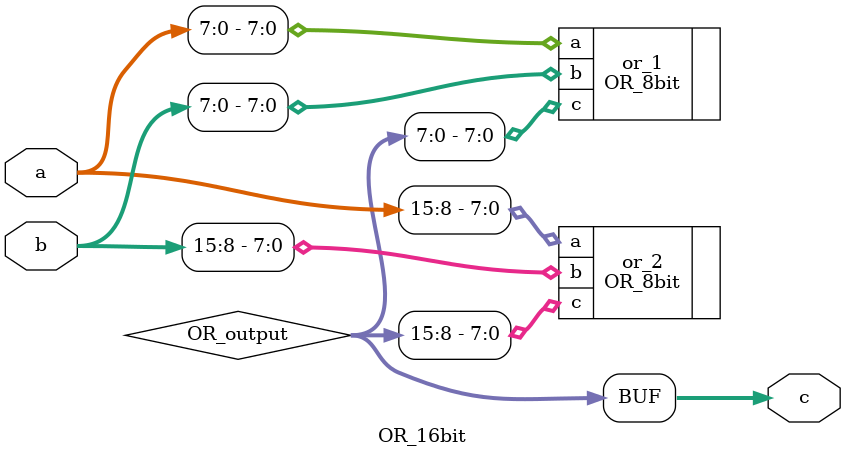
<source format=v>
`include "OR_8bit.v"

module OR_16bit(
	input wire [15:0] a,
	input wire [15:0] b,
	output wire [15:0] c
);

wire [15:0] OR_output;

OR_8bit or_1(
	.a(a[7:0]),
	.b(b[7:0]),
	.c(OR_output[7:0])
);

OR_8bit or_2(
	.a(a[15:8]),
	.b(b[15:8]),
	.c(OR_output[15:8])
);

assign c = OR_output;

endmodule

</source>
